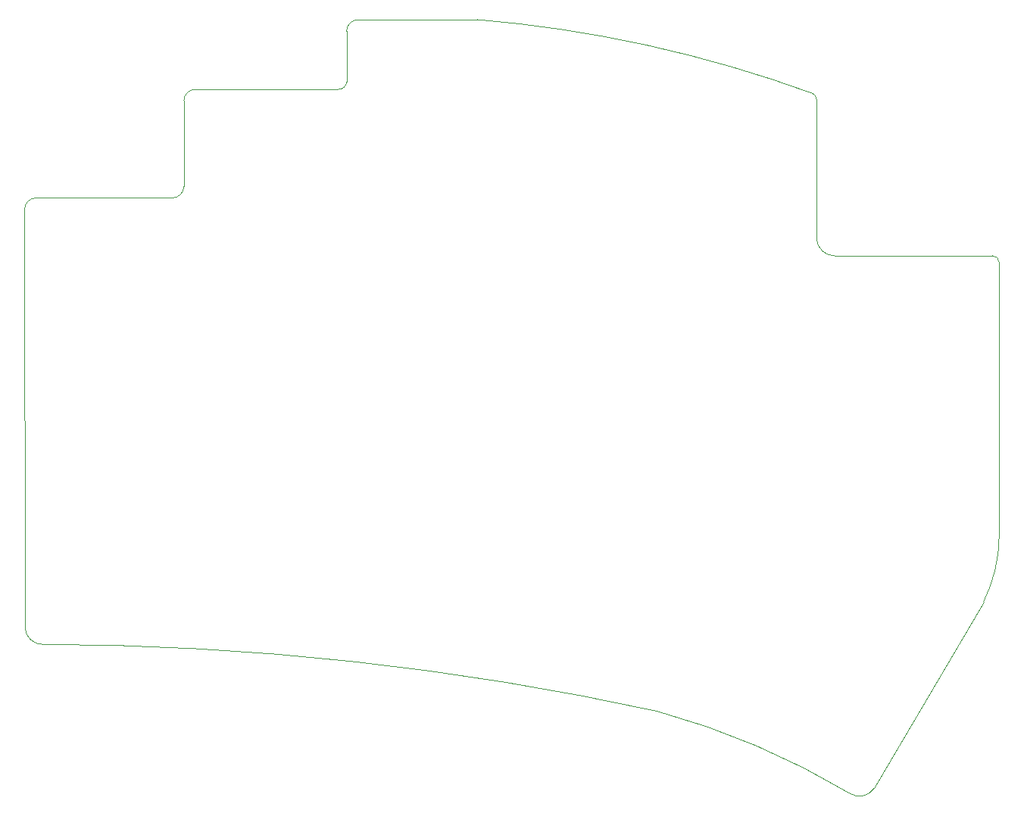
<source format=gm1>
G04 #@! TF.GenerationSoftware,KiCad,Pcbnew,8.0.5*
G04 #@! TF.CreationDate,2024-09-27T20:56:44+02:00*
G04 #@! TF.ProjectId,half-swept,68616c66-2d73-4776-9570-742e6b696361,rev?*
G04 #@! TF.SameCoordinates,Original*
G04 #@! TF.FileFunction,Profile,NP*
%FSLAX46Y46*%
G04 Gerber Fmt 4.6, Leading zero omitted, Abs format (unit mm)*
G04 Created by KiCad (PCBNEW 8.0.5) date 2024-09-27 20:56:44*
%MOMM*%
%LPD*%
G01*
G04 APERTURE LIST*
G04 #@! TA.AperFunction,Profile*
%ADD10C,0.050000*%
G04 #@! TD*
G04 APERTURE END LIST*
D10*
X126885000Y-44612000D02*
G75*
G02*
X127635000Y-45362000I0J-750000D01*
G01*
X18690539Y-39431493D02*
X18730254Y-86245024D01*
X106787290Y-26456889D02*
G75*
G02*
X107222002Y-27137419I-315290J-680511D01*
G01*
X89409134Y-95561946D02*
G75*
G02*
X110938000Y-104748000I-22787134J-83226054D01*
G01*
X109257002Y-44614917D02*
G75*
G02*
X107222001Y-42683999I-35002J2000917D01*
G01*
X69291777Y-18200679D02*
G75*
G02*
X106787290Y-26456889I-11947327J-143529581D01*
G01*
X113670000Y-104149265D02*
G75*
G02*
X110938000Y-104748000I-1662000J1051265D01*
G01*
X20768000Y-88081119D02*
G75*
G02*
X89409134Y-95561946I-578030J-323956241D01*
G01*
X20768000Y-88081119D02*
G75*
G02*
X18730252Y-86245024I-59750J1982509D01*
G01*
X127635000Y-45362000D02*
X127635000Y-62484000D01*
X107222001Y-42683999D02*
X107222045Y-27137419D01*
X109257002Y-44614917D02*
X126885000Y-44612000D01*
X125888304Y-83312000D02*
X113670000Y-104149265D01*
X127635000Y-75987850D02*
G75*
G02*
X125888308Y-83312002I-16773900J129950D01*
G01*
X69291777Y-18200679D02*
X56000000Y-18206139D01*
X127635000Y-62484000D02*
X127647000Y-69850000D01*
X127647000Y-69850000D02*
X127635000Y-75987850D01*
X36489414Y-27284564D02*
G75*
G02*
X37781392Y-25994914I1290786J-1136D01*
G01*
X54685657Y-19504544D02*
G75*
G02*
X56000000Y-18206140I1299643J-1156D01*
G01*
X54687154Y-25186653D02*
G75*
G02*
X53724210Y-26003851I-890054J72853D01*
G01*
X54690239Y-19504548D02*
X54687154Y-25186653D01*
X36489414Y-27284564D02*
X36502285Y-36849560D01*
X18690539Y-39431493D02*
G75*
G02*
X19982517Y-38141819I1290831J-1157D01*
G01*
X36502285Y-36849560D02*
G75*
G02*
X35210307Y-38139185I-1290785J1160D01*
G01*
X53724210Y-26003853D02*
X37781392Y-25994890D01*
X35210307Y-38139234D02*
X19982517Y-38141819D01*
M02*

</source>
